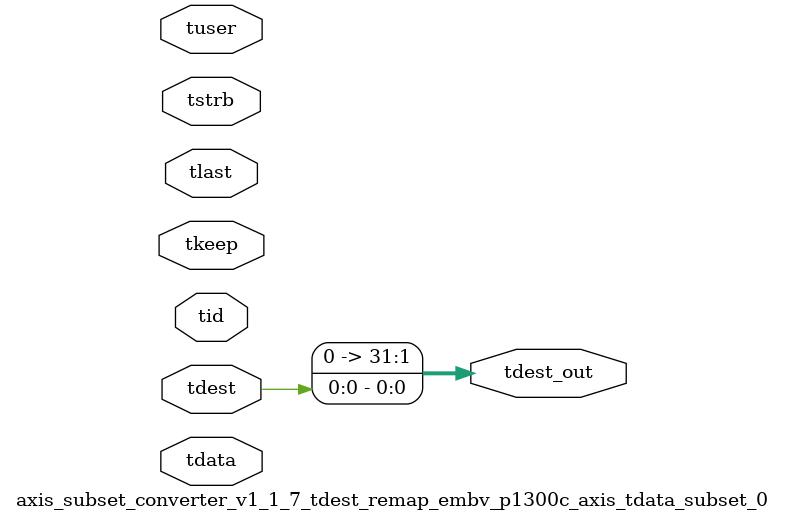
<source format=v>


`timescale 1ps/1ps

module axis_subset_converter_v1_1_7_tdest_remap_embv_p1300c_axis_tdata_subset_0 #
(
parameter C_S_AXIS_TDATA_WIDTH = 32,
parameter C_S_AXIS_TUSER_WIDTH = 0,
parameter C_S_AXIS_TID_WIDTH   = 0,
parameter C_S_AXIS_TDEST_WIDTH = 0,
parameter C_M_AXIS_TDEST_WIDTH = 32
)
(
input  [(C_S_AXIS_TDATA_WIDTH == 0 ? 1 : C_S_AXIS_TDATA_WIDTH)-1:0     ] tdata,
input  [(C_S_AXIS_TUSER_WIDTH == 0 ? 1 : C_S_AXIS_TUSER_WIDTH)-1:0     ] tuser,
input  [(C_S_AXIS_TID_WIDTH   == 0 ? 1 : C_S_AXIS_TID_WIDTH)-1:0       ] tid,
input  [(C_S_AXIS_TDEST_WIDTH == 0 ? 1 : C_S_AXIS_TDEST_WIDTH)-1:0     ] tdest,
input  [(C_S_AXIS_TDATA_WIDTH/8)-1:0 ] tkeep,
input  [(C_S_AXIS_TDATA_WIDTH/8)-1:0 ] tstrb,
input                                                                    tlast,
output [C_M_AXIS_TDEST_WIDTH-1:0] tdest_out
);

assign tdest_out = {tdest[0:0]};

endmodule


</source>
